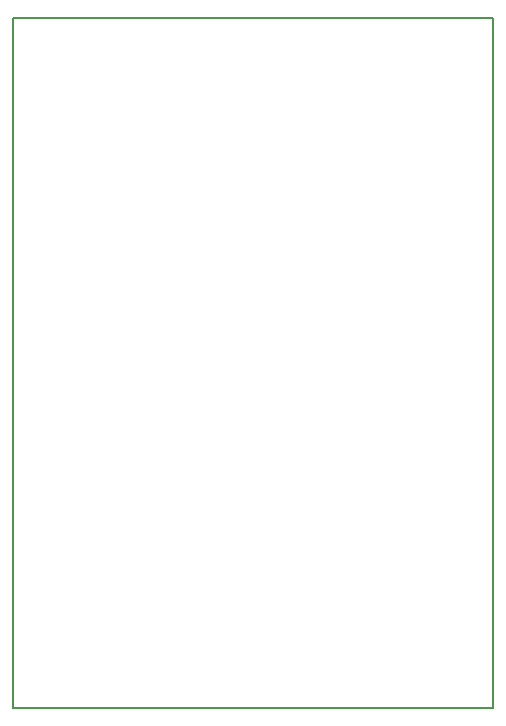
<source format=gbr>
%TF.GenerationSoftware,KiCad,Pcbnew,(5.1.9)-1*%
%TF.CreationDate,2021-04-23T18:31:25-07:00*%
%TF.ProjectId,LakeLevel,4c616b65-4c65-4766-956c-2e6b69636164,rev?*%
%TF.SameCoordinates,Original*%
%TF.FileFunction,Profile,NP*%
%FSLAX46Y46*%
G04 Gerber Fmt 4.6, Leading zero omitted, Abs format (unit mm)*
G04 Created by KiCad (PCBNEW (5.1.9)-1) date 2021-04-23 18:31:25*
%MOMM*%
%LPD*%
G01*
G04 APERTURE LIST*
%TA.AperFunction,Profile*%
%ADD10C,0.150000*%
%TD*%
G04 APERTURE END LIST*
D10*
X160020000Y-59690000D02*
X160020000Y-118110000D01*
X119380000Y-118110000D02*
X119380000Y-59690000D01*
X160020000Y-118110000D02*
X119380000Y-118110000D01*
X119380000Y-59690000D02*
X160020000Y-59690000D01*
M02*

</source>
